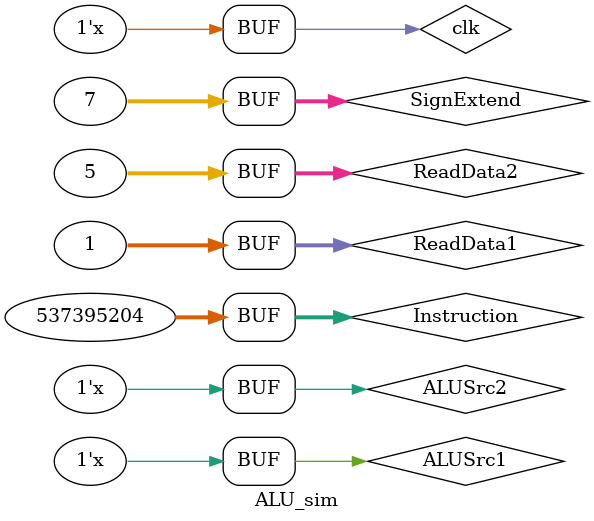
<source format=v>
`timescale 1ns / 1ps


module ALU_sim;
    reg ALUSrc1;
    reg ALUSrc2;
    reg [31:0] ReadData1;
    reg [31:0] Instruction;
    reg [31:0] ReadData2;
    reg [31:0] SignExtend;
    reg clk;
    
    wire [31:0] ALUInput1;
    wire [31:0] ALUInput2;
    wire [3:0] ALUControl;
    wire [31:0] Result;
    wire Zero;
    
    initial begin
    clk = 0;
    ALUSrc1 = 0;
    ALUSrc2 = 0;
    ReadData1 = 32'b00000000000000000000000000000001;
    Instruction = 32'b00100000000010000000000000000100;
    ReadData2 = 32'b00000000000000000000000000000101;
    SignExtend = 32'b00000000000000000000000000000111;
    //ALUControl = 4'b0000;
    end
    
    
    always #10 begin
    ALUSrc1 = ALUSrc1 + 1;
    ALUSrc2 = ALUSrc2 + 1;
    clk = ~ clk;
    end
    
    //always #30 begin
    //ALUControl = ALUControl + 1;
    //end
    
    ALUControlUnit ALUControl_test(Instruction, ALUControl);
    BeforeALU BALU_test(ALUSrc1, ALUSrc2, ReadData1, Instruction, ReadData2, SignExtend, ALUInput1, ALUInput2);
    ALU ALU_test(clk,ALUControl, ALUInput1, ALUInput2, Result, Zero);
    
endmodule

</source>
